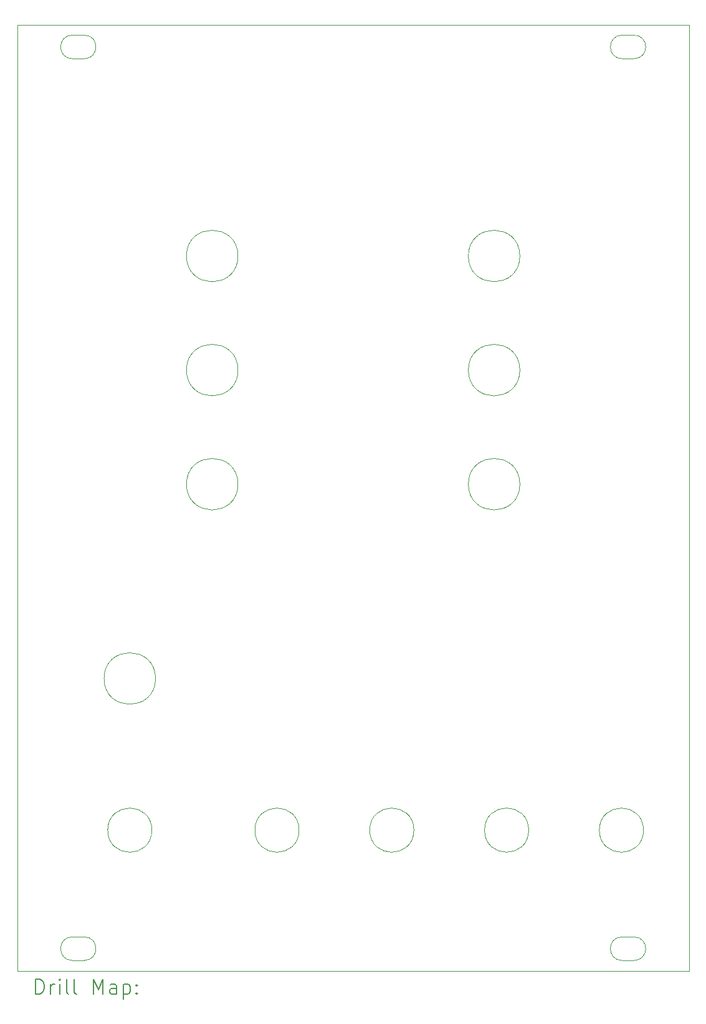
<source format=gbr>
%FSLAX45Y45*%
G04 Gerber Fmt 4.5, Leading zero omitted, Abs format (unit mm)*
G04 Created by KiCad (PCBNEW (6.0.1)) date 2022-08-28 22:10:06*
%MOMM*%
%LPD*%
G01*
G04 APERTURE LIST*
%TA.AperFunction,Profile*%
%ADD10C,0.100000*%
%TD*%
%ADD11C,0.200000*%
G04 APERTURE END LIST*
D10*
X12380000Y-3960000D02*
G75*
G03*
X12380000Y-3640000I0J160000D01*
G01*
X10830000Y-9740000D02*
G75*
G03*
X10830000Y-9740000I-350000J0D01*
G01*
X9390000Y-14440000D02*
G75*
G03*
X9390000Y-14440000I-300000J0D01*
G01*
X12220000Y-3640000D02*
G75*
G03*
X12220000Y-3960000I0J-160000D01*
G01*
X12220000Y-15890000D02*
G75*
G03*
X12220000Y-16210000I0J-160000D01*
G01*
X12510000Y-14440000D02*
G75*
G03*
X12510000Y-14440000I-300000J0D01*
G01*
X5830000Y-14440000D02*
G75*
G03*
X5830000Y-14440000I-300000J0D01*
G01*
X12380000Y-16210000D02*
G75*
G03*
X12380000Y-15890000I0J160000D01*
G01*
X4750000Y-15890000D02*
X4910000Y-15890000D01*
X12220000Y-3640000D02*
X12380000Y-3640000D01*
X13130000Y-3500000D02*
X13130000Y-16350000D01*
X12220000Y-3960000D02*
X12380000Y-3960000D01*
X4750000Y-3640000D02*
G75*
G03*
X4750000Y-3960000I0J-160000D01*
G01*
X7000000Y-8190000D02*
G75*
G03*
X7000000Y-8190000I-350000J0D01*
G01*
X4750000Y-15890000D02*
G75*
G03*
X4750000Y-16210000I0J-160000D01*
G01*
X10950000Y-14440000D02*
G75*
G03*
X10950000Y-14440000I-300000J0D01*
G01*
X4910000Y-16210000D02*
G75*
G03*
X4910000Y-15890000I0J160000D01*
G01*
X7000000Y-9740000D02*
G75*
G03*
X7000000Y-9740000I-350000J0D01*
G01*
X12220000Y-16210000D02*
X12380000Y-16210000D01*
X10830000Y-6640000D02*
G75*
G03*
X10830000Y-6640000I-350000J0D01*
G01*
X7000000Y-6640000D02*
G75*
G03*
X7000000Y-6640000I-350000J0D01*
G01*
X12380000Y-15890000D02*
X12220000Y-15890000D01*
X4000000Y-16350000D02*
X4000000Y-3500000D01*
X4750000Y-3640000D02*
X4910000Y-3640000D01*
X13130000Y-16350000D02*
X4000000Y-16350000D01*
X7830000Y-14440000D02*
G75*
G03*
X7830000Y-14440000I-300000J0D01*
G01*
X5880000Y-12380000D02*
G75*
G03*
X5880000Y-12380000I-350000J0D01*
G01*
X4750000Y-3960000D02*
X4910000Y-3960000D01*
X4750000Y-16210000D02*
X4910000Y-16210000D01*
X10830000Y-8190000D02*
G75*
G03*
X10830000Y-8190000I-350000J0D01*
G01*
X4000000Y-3500000D02*
X13130000Y-3500000D01*
X4910000Y-3960000D02*
G75*
G03*
X4910000Y-3640000I0J160000D01*
G01*
D11*
X4252619Y-16665476D02*
X4252619Y-16465476D01*
X4300238Y-16465476D01*
X4328810Y-16475000D01*
X4347857Y-16494048D01*
X4357381Y-16513095D01*
X4366905Y-16551190D01*
X4366905Y-16579762D01*
X4357381Y-16617857D01*
X4347857Y-16636905D01*
X4328810Y-16655952D01*
X4300238Y-16665476D01*
X4252619Y-16665476D01*
X4452619Y-16665476D02*
X4452619Y-16532143D01*
X4452619Y-16570238D02*
X4462143Y-16551190D01*
X4471667Y-16541667D01*
X4490714Y-16532143D01*
X4509762Y-16532143D01*
X4576429Y-16665476D02*
X4576429Y-16532143D01*
X4576429Y-16465476D02*
X4566905Y-16475000D01*
X4576429Y-16484524D01*
X4585952Y-16475000D01*
X4576429Y-16465476D01*
X4576429Y-16484524D01*
X4700238Y-16665476D02*
X4681190Y-16655952D01*
X4671667Y-16636905D01*
X4671667Y-16465476D01*
X4805000Y-16665476D02*
X4785952Y-16655952D01*
X4776429Y-16636905D01*
X4776429Y-16465476D01*
X5033571Y-16665476D02*
X5033571Y-16465476D01*
X5100238Y-16608333D01*
X5166905Y-16465476D01*
X5166905Y-16665476D01*
X5347857Y-16665476D02*
X5347857Y-16560714D01*
X5338333Y-16541667D01*
X5319286Y-16532143D01*
X5281190Y-16532143D01*
X5262143Y-16541667D01*
X5347857Y-16655952D02*
X5328810Y-16665476D01*
X5281190Y-16665476D01*
X5262143Y-16655952D01*
X5252619Y-16636905D01*
X5252619Y-16617857D01*
X5262143Y-16598809D01*
X5281190Y-16589286D01*
X5328810Y-16589286D01*
X5347857Y-16579762D01*
X5443095Y-16532143D02*
X5443095Y-16732143D01*
X5443095Y-16541667D02*
X5462143Y-16532143D01*
X5500238Y-16532143D01*
X5519286Y-16541667D01*
X5528810Y-16551190D01*
X5538333Y-16570238D01*
X5538333Y-16627381D01*
X5528810Y-16646428D01*
X5519286Y-16655952D01*
X5500238Y-16665476D01*
X5462143Y-16665476D01*
X5443095Y-16655952D01*
X5624048Y-16646428D02*
X5633571Y-16655952D01*
X5624048Y-16665476D01*
X5614524Y-16655952D01*
X5624048Y-16646428D01*
X5624048Y-16665476D01*
X5624048Y-16541667D02*
X5633571Y-16551190D01*
X5624048Y-16560714D01*
X5614524Y-16551190D01*
X5624048Y-16541667D01*
X5624048Y-16560714D01*
M02*

</source>
